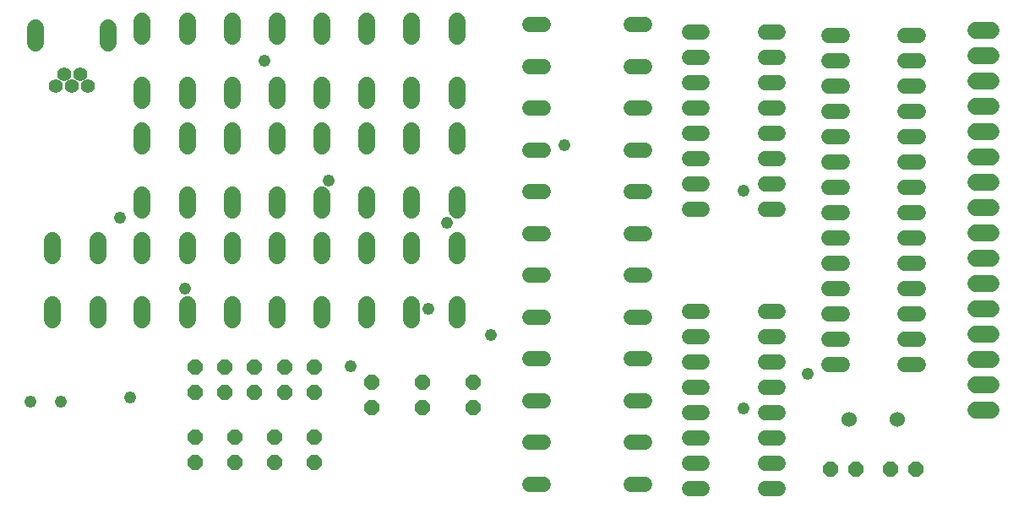
<source format=gbs>
G75*
%MOIN*%
%OFA0B0*%
%FSLAX25Y25*%
%IPPOS*%
%LPD*%
%AMOC8*
5,1,8,0,0,1.08239X$1,22.5*
%
%ADD10OC8,0.06000*%
%ADD11C,0.06000*%
%ADD12C,0.06800*%
%ADD13C,0.06000*%
%ADD14C,0.06737*%
%ADD15C,0.05556*%
%ADD16C,0.04800*%
%ADD17C,0.04762*%
D10*
X0076403Y0032033D03*
X0076403Y0042033D03*
X0092151Y0042033D03*
X0092151Y0032033D03*
X0107899Y0032033D03*
X0107899Y0042033D03*
X0123647Y0042033D03*
X0123647Y0032033D03*
X0146364Y0053608D03*
X0146364Y0063608D03*
X0166364Y0063608D03*
X0166364Y0053608D03*
X0186364Y0053608D03*
X0186364Y0063608D03*
X0123647Y0059592D03*
X0111836Y0059592D03*
X0100025Y0059592D03*
X0088214Y0059592D03*
X0076403Y0059592D03*
X0076403Y0069592D03*
X0088214Y0069592D03*
X0100025Y0069592D03*
X0111836Y0069592D03*
X0123647Y0069592D03*
X0327309Y0029159D03*
X0337309Y0029159D03*
X0350931Y0029159D03*
X0360931Y0029159D03*
D11*
X0306602Y0031718D02*
X0301402Y0031718D01*
X0301402Y0041718D02*
X0306602Y0041718D01*
X0306602Y0051718D02*
X0301402Y0051718D01*
X0301402Y0061718D02*
X0306602Y0061718D01*
X0306602Y0071718D02*
X0301402Y0071718D01*
X0301402Y0081718D02*
X0306602Y0081718D01*
X0306602Y0091718D02*
X0301402Y0091718D01*
X0276602Y0091718D02*
X0271402Y0091718D01*
X0271402Y0081718D02*
X0276602Y0081718D01*
X0276602Y0071718D02*
X0271402Y0071718D01*
X0271402Y0061718D02*
X0276602Y0061718D01*
X0276602Y0051718D02*
X0271402Y0051718D01*
X0271402Y0041718D02*
X0276602Y0041718D01*
X0276602Y0031718D02*
X0271402Y0031718D01*
X0271402Y0021718D02*
X0276602Y0021718D01*
X0253770Y0023351D02*
X0248570Y0023351D01*
X0248570Y0039847D02*
X0253770Y0039847D01*
X0253770Y0056343D02*
X0248570Y0056343D01*
X0248570Y0072839D02*
X0253770Y0072839D01*
X0253770Y0089335D02*
X0248570Y0089335D01*
X0248570Y0105831D02*
X0253770Y0105831D01*
X0253770Y0122328D02*
X0248570Y0122328D01*
X0271402Y0131954D02*
X0276602Y0131954D01*
X0276602Y0141954D02*
X0271402Y0141954D01*
X0271402Y0151954D02*
X0276602Y0151954D01*
X0276602Y0161954D02*
X0271402Y0161954D01*
X0271402Y0171954D02*
X0276602Y0171954D01*
X0276602Y0181954D02*
X0271402Y0181954D01*
X0271402Y0191954D02*
X0276602Y0191954D01*
X0276602Y0201954D02*
X0271402Y0201954D01*
X0253770Y0204808D02*
X0248570Y0204808D01*
X0248570Y0188312D02*
X0253770Y0188312D01*
X0253770Y0171816D02*
X0248570Y0171816D01*
X0248570Y0155320D02*
X0253770Y0155320D01*
X0253770Y0138824D02*
X0248570Y0138824D01*
X0213770Y0138824D02*
X0208570Y0138824D01*
X0208570Y0122328D02*
X0213770Y0122328D01*
X0213770Y0105831D02*
X0208570Y0105831D01*
X0208570Y0089335D02*
X0213770Y0089335D01*
X0213770Y0072839D02*
X0208570Y0072839D01*
X0208570Y0056343D02*
X0213770Y0056343D01*
X0213770Y0039847D02*
X0208570Y0039847D01*
X0208570Y0023351D02*
X0213770Y0023351D01*
X0301402Y0021718D02*
X0306602Y0021718D01*
X0326520Y0070458D02*
X0331720Y0070458D01*
X0331720Y0080458D02*
X0326520Y0080458D01*
X0326520Y0090458D02*
X0331720Y0090458D01*
X0331720Y0100458D02*
X0326520Y0100458D01*
X0326520Y0110458D02*
X0331720Y0110458D01*
X0331720Y0120458D02*
X0326520Y0120458D01*
X0326520Y0130458D02*
X0331720Y0130458D01*
X0331720Y0140458D02*
X0326520Y0140458D01*
X0326520Y0150458D02*
X0331720Y0150458D01*
X0331720Y0160458D02*
X0326520Y0160458D01*
X0326520Y0170458D02*
X0331720Y0170458D01*
X0331720Y0180458D02*
X0326520Y0180458D01*
X0326520Y0190458D02*
X0331720Y0190458D01*
X0331720Y0200458D02*
X0326520Y0200458D01*
X0306602Y0201954D02*
X0301402Y0201954D01*
X0301402Y0191954D02*
X0306602Y0191954D01*
X0306602Y0181954D02*
X0301402Y0181954D01*
X0301402Y0171954D02*
X0306602Y0171954D01*
X0306602Y0161954D02*
X0301402Y0161954D01*
X0301402Y0151954D02*
X0306602Y0151954D01*
X0306602Y0141954D02*
X0301402Y0141954D01*
X0301402Y0131954D02*
X0306602Y0131954D01*
X0356520Y0130458D02*
X0361720Y0130458D01*
X0361720Y0120458D02*
X0356520Y0120458D01*
X0356520Y0110458D02*
X0361720Y0110458D01*
X0361720Y0100458D02*
X0356520Y0100458D01*
X0356520Y0090458D02*
X0361720Y0090458D01*
X0361720Y0080458D02*
X0356520Y0080458D01*
X0356520Y0070458D02*
X0361720Y0070458D01*
X0361720Y0140458D02*
X0356520Y0140458D01*
X0356520Y0150458D02*
X0361720Y0150458D01*
X0361720Y0160458D02*
X0356520Y0160458D01*
X0356520Y0170458D02*
X0361720Y0170458D01*
X0361720Y0180458D02*
X0356520Y0180458D01*
X0356520Y0190458D02*
X0361720Y0190458D01*
X0361720Y0200458D02*
X0356520Y0200458D01*
X0213770Y0204808D02*
X0208570Y0204808D01*
X0208570Y0188312D02*
X0213770Y0188312D01*
X0213770Y0171816D02*
X0208570Y0171816D01*
X0208570Y0155320D02*
X0213770Y0155320D01*
D12*
X0179791Y0157069D02*
X0179791Y0163069D01*
X0161991Y0163069D02*
X0161991Y0157069D01*
X0144358Y0157069D02*
X0144358Y0163069D01*
X0126558Y0163069D02*
X0126558Y0157069D01*
X0108925Y0157069D02*
X0108925Y0163069D01*
X0091125Y0163069D02*
X0091125Y0157069D01*
X0073492Y0157069D02*
X0073492Y0163069D01*
X0073492Y0174776D02*
X0073492Y0180776D01*
X0091125Y0180776D02*
X0091125Y0174776D01*
X0108925Y0174776D02*
X0108925Y0180776D01*
X0126558Y0180776D02*
X0126558Y0174776D01*
X0144358Y0174776D02*
X0144358Y0180776D01*
X0161991Y0180776D02*
X0161991Y0174776D01*
X0179791Y0174776D02*
X0179791Y0180776D01*
X0179791Y0200376D02*
X0179791Y0206376D01*
X0161991Y0206376D02*
X0161991Y0200376D01*
X0144358Y0200376D02*
X0144358Y0206376D01*
X0126558Y0206376D02*
X0126558Y0200376D01*
X0108925Y0200376D02*
X0108925Y0206376D01*
X0091125Y0206376D02*
X0091125Y0200376D01*
X0073492Y0200376D02*
X0073492Y0206376D01*
X0055692Y0206376D02*
X0055692Y0200376D01*
X0055692Y0180776D02*
X0055692Y0174776D01*
X0055692Y0163069D02*
X0055692Y0157069D01*
X0055692Y0137469D02*
X0055692Y0131469D01*
X0055692Y0119762D02*
X0055692Y0113762D01*
X0038059Y0113762D02*
X0038059Y0119762D01*
X0020259Y0119762D02*
X0020259Y0113762D01*
X0020259Y0094162D02*
X0020259Y0088162D01*
X0038059Y0088162D02*
X0038059Y0094162D01*
X0055692Y0094162D02*
X0055692Y0088162D01*
X0073492Y0088162D02*
X0073492Y0094162D01*
X0091125Y0094162D02*
X0091125Y0088162D01*
X0108925Y0088162D02*
X0108925Y0094162D01*
X0126558Y0094162D02*
X0126558Y0088162D01*
X0144358Y0088162D02*
X0144358Y0094162D01*
X0161991Y0094162D02*
X0161991Y0088162D01*
X0179791Y0088162D02*
X0179791Y0094162D01*
X0179791Y0113762D02*
X0179791Y0119762D01*
X0161991Y0119762D02*
X0161991Y0113762D01*
X0144358Y0113762D02*
X0144358Y0119762D01*
X0126558Y0119762D02*
X0126558Y0113762D01*
X0108925Y0113762D02*
X0108925Y0119762D01*
X0091125Y0119762D02*
X0091125Y0113762D01*
X0073492Y0113762D02*
X0073492Y0119762D01*
X0073492Y0131469D02*
X0073492Y0137469D01*
X0091125Y0137469D02*
X0091125Y0131469D01*
X0108925Y0131469D02*
X0108925Y0137469D01*
X0126558Y0137469D02*
X0126558Y0131469D01*
X0144358Y0131469D02*
X0144358Y0137469D01*
X0161991Y0137469D02*
X0161991Y0131469D01*
X0179791Y0131469D02*
X0179791Y0137469D01*
X0384427Y0132584D02*
X0390427Y0132584D01*
X0390427Y0122584D02*
X0384427Y0122584D01*
X0384427Y0112584D02*
X0390427Y0112584D01*
X0390427Y0102584D02*
X0384427Y0102584D01*
X0384427Y0092584D02*
X0390427Y0092584D01*
X0390427Y0082584D02*
X0384427Y0082584D01*
X0384427Y0072584D02*
X0390427Y0072584D01*
X0390427Y0062584D02*
X0384427Y0062584D01*
X0384427Y0052584D02*
X0390427Y0052584D01*
X0390427Y0142584D02*
X0384427Y0142584D01*
X0384427Y0152584D02*
X0390427Y0152584D01*
X0390427Y0162584D02*
X0384427Y0162584D01*
X0384427Y0172584D02*
X0390427Y0172584D01*
X0390427Y0182584D02*
X0384427Y0182584D01*
X0384427Y0192584D02*
X0390427Y0192584D01*
X0390427Y0202584D02*
X0384427Y0202584D01*
D13*
X0353620Y0048844D03*
X0334620Y0048844D03*
D14*
X0042307Y0197590D02*
X0042307Y0203527D01*
X0013567Y0203527D02*
X0013567Y0197590D01*
D15*
X0024787Y0185401D03*
X0031087Y0185401D03*
X0034236Y0180676D03*
X0027937Y0180676D03*
X0021638Y0180676D03*
D16*
X0103962Y0190576D03*
X0129061Y0143332D03*
X0175813Y0126600D03*
X0222072Y0157112D03*
X0292939Y0139395D03*
X0193037Y0082309D03*
X0168431Y0092643D03*
X0137919Y0070006D03*
X0072466Y0100517D03*
X0046876Y0128569D03*
X0050813Y0057702D03*
X0292939Y0053273D03*
X0318037Y0067053D03*
D17*
X0023537Y0055937D03*
X0011537Y0055937D03*
M02*

</source>
